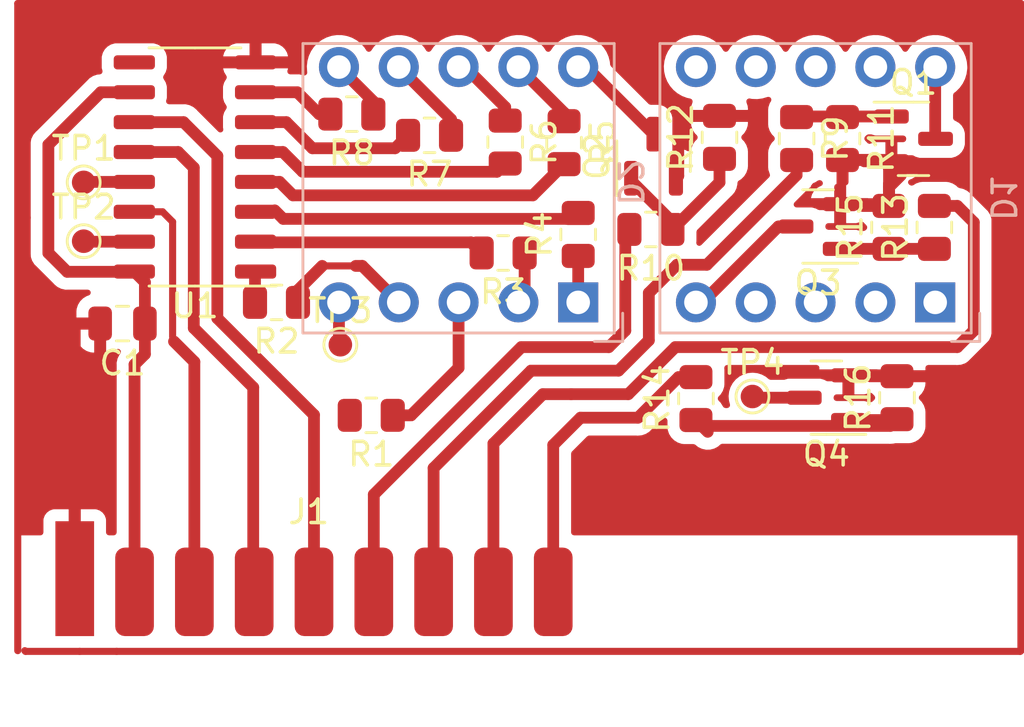
<source format=kicad_pcb>
(kicad_pcb (version 20211014) (generator pcbnew)
  (layers (0 "F.Cu" signal) (31 "B.Cu" signal) (34 "B.Paste" user) (35 "F.Paste" user) (36 "B.SilkS" user "B.Silkscreen") (37 "F.SilkS" user "F.Silkscreen") (38 "B.Mask" user) (39 "F.Mask" user) (44 "Edge.Cuts" user))
  (net 0 "")
  (net 1 "+5V")
  (net 2 "GNDD")
  (net 3 "/SEG_G")
  (net 4 "/SEG_DP")
  (net 5 "/SEG_A")
  (net 6 "/SEG_F")
  (net 7 "/DIG_CC_1")
  (net 8 "/SEG_D")
  (net 9 "/SEG_E")
  (net 10 "/SEG_C")
  (net 11 "/SEG_B")
  (net 12 "/DIG_CC_0")
  (net 13 "/DIG_CC_3")
  (net 14 "/DIG_CC_2")
  (net 15 "/LED_MOSI_SER")
  (net 16 "/LED_SCK_SRCLK")
  (net 17 "/LED_CS_SRCLR")
  (net 18 "/DIG_0")
  (net 19 "/DIG_1")
  (net 20 "/DIG_2")
  (net 21 "/DIG_3")
  (net 22 "Net-(Q1-Pad1)")
  (net 23 "Net-(Q2-Pad1)")
  (net 24 "Net-(Q3-Pad1)")
  (net 25 "Net-(Q4-Pad1)")
  (net 26 "Net-(R1-Pad2)")
  (net 27 "Net-(R2-Pad2)")
  (net 28 "Net-(R3-Pad2)")
  (net 29 "Net-(R4-Pad2)")
  (net 30 "Net-(R5-Pad2)")
  (net 31 "Net-(R6-Pad2)")
  (net 32 "Net-(R7-Pad2)")
  (net 33 "Net-(R8-Pad2)")
  (net 35 "Net-(TP1-Pad1)")
  (footprint "Package_TO_SOT_SMD:SOT-23" (layer "F.Cu") (at 166.1875 87.775 180)
    (fp_text reference "Q3" (at 0 -2.4) (layer "F.SilkS"))
    (fp_text value "MMBT3904")
    (fp_line (start 0 1.56) (end 0.65 1.56) (layer "F.SilkS") (width 0.12))
    (fp_line (start 0 1.56) (end -0.65 1.56) (layer "F.SilkS") (width 0.12))
    (fp_line (start 0 -1.56) (end 0.65 -1.56) (layer "F.SilkS") (width 0.12))
    (fp_line (start 0 -1.56) (end -1.675 -1.56) (layer "F.SilkS") (width 0.12))
    (pad "1" smd roundrect (at -0.9375 -0.95 180) (size 1.475 0.6) (layers "F.Cu" "F.Paste" "F.Mask") (net 24 "Net-(Q3-Pad1)"))
    (pad "2" smd roundrect (at -0.9375 0.95 180) (size 1.475 0.6) (layers "F.Cu" "F.Paste" "F.Mask") (net 2 "GNDD"))
    (pad "3" smd roundrect (at 0.9375 0 180) (size 1.475 0.6) (layers "F.Cu" "F.Paste" "F.Mask") (net 7 "/DIG_CC_1"))
  )
  (footprint "Resistor_SMD:R_0805_2012Metric" (layer "F.Cu") (at 159.0875 87.9 180)
    (fp_text reference "R10" (at 0 -1.65) (layer "F.SilkS"))
    (fp_text value "R")
    (fp_line (start -0.227064 0.735) (end 0.227064 0.735) (layer "F.SilkS") (width 0.12))
    (fp_line (start -0.227064 -0.735) (end 0.227064 -0.735) (layer "F.SilkS") (width 0.12))
    (pad "1" smd roundrect (at -0.9125 0 180) (size 1.025 1.4) (layers "F.Cu" "F.Paste" "F.Mask") (roundrect_rratio 0.243902439) (net 23 "Net-(Q2-Pad1)"))
    (pad "2" smd roundrect (at 0.9125 0 180) (size 1.025 1.4) (layers "F.Cu" "F.Paste" "F.Mask") (roundrect_rratio 0.243902439) (net 20 "/DIG_2"))
  )
  (footprint "Package_TO_SOT_SMD:SOT-23" (layer "F.Cu") (at 170.2375 84.05)
    (fp_text reference "Q1" (at 0 -2.4) (layer "F.SilkS"))
    (fp_text value "MMBT3904")
    (fp_line (start 0 1.56) (end -0.65 1.56) (layer "F.SilkS") (width 0.12))
    (fp_line (start 0 -1.56) (end 0.65 -1.56) (layer "F.SilkS") (width 0.12))
    (fp_line (start 0 -1.56) (end -1.675 -1.56) (layer "F.SilkS") (width 0.12))
    (fp_line (start 0 1.56) (end 0.65 1.56) (layer "F.SilkS") (width 0.12))
    (pad "1" smd roundrect (at -0.9375 -0.95) (size 1.475 0.6) (layers "F.Cu" "F.Paste" "F.Mask") (net 22 "Net-(Q1-Pad1)"))
    (pad "2" smd roundrect (at -0.9375 0.95) (size 1.475 0.6) (layers "F.Cu" "F.Paste" "F.Mask") (net 2 "GNDD"))
    (pad "3" smd roundrect (at 0.9375 0) (size 1.475 0.6) (layers "F.Cu" "F.Paste" "F.Mask") (net 12 "/DIG_CC_0"))
  )
  (footprint "Package_TO_SOT_SMD:SOT-23" (layer "F.Cu") (at 159.2 84.7875 90)
    (fp_text reference "Q2" (at 0 -2.4 90) (layer "F.SilkS"))
    (fp_text value "MMBT3904")
    (fp_line (start 0 -1.56) (end 0.65 -1.56) (layer "F.SilkS") (width 0.12))
    (fp_line (start 0 1.56) (end 0.65 1.56) (layer "F.SilkS") (width 0.12))
    (fp_line (start 0 1.56) (end -0.65 1.56) (layer "F.SilkS") (width 0.12))
    (fp_line (start 0 -1.56) (end -1.675 -1.56) (layer "F.SilkS") (width 0.12))
    (pad "1" smd roundrect (at -0.9375 -0.95 90) (size 1.475 0.6) (layers "F.Cu" "F.Paste" "F.Mask") (net 23 "Net-(Q2-Pad1)"))
    (pad "2" smd roundrect (at -0.9375 0.95 90) (size 1.475 0.6) (layers "F.Cu" "F.Paste" "F.Mask") (net 2 "GNDD"))
    (pad "3" smd roundrect (at 0.9375 0 90) (size 1.475 0.6) (layers "F.Cu" "F.Paste" "F.Mask") (net 14 "/DIG_CC_2"))
  )
  (footprint "myLibrary:my_9pin_SMD_conn" (layer "F.Cu") (at 144.78 103.3)
    (fp_text reference "J1" (at -0.22 -3.4 unlocked) (layer "F.SilkS"))
    (fp_text value "LED_CONN")
    (pad "1" smd rect (at -10.16 -0.5595) (size 1.643 4.881) (layers "F.Cu" "F.Paste" "F.Mask") (net 2 "GNDD"))
    (pad "2" smd roundrect (at -7.62 0) (size 1.643 3.762) (layers "F.Cu" "F.Paste" "F.Mask") (net 1 "+5V"))
    (pad "3" smd roundrect (at -5.08 0) (size 1.643 3.762) (layers "F.Cu" "F.Paste" "F.Mask") (net 15 "/LED_MOSI_SER"))
    (pad "4" smd roundrect (at -2.54 0) (size 1.643 3.762) (layers "F.Cu" "F.Paste" "F.Mask") (net 17 "/LED_CS_SRCLR"))
    (pad "5" smd roundrect (at 0 0) (size 1.643 3.762) (layers "F.Cu" "F.Paste" "F.Mask") (net 16 "/LED_SCK_SRCLK"))
    (pad "6" smd roundrect (at 2.54 0) (size 1.643 3.762) (layers "F.Cu" "F.Paste" "F.Mask") (net 20 "/DIG_2"))
    (pad "7" smd roundrect (at 5.08 0) (size 1.643 3.762) (layers "F.Cu" "F.Paste" "F.Mask") (net 18 "/DIG_0"))
    (pad "8" smd roundrect (at 7.62 0) (size 1.643 3.762) (layers "F.Cu" "F.Paste" "F.Mask") (net 19 "/DIG_1"))
    (pad "9" smd roundrect (at 10.16 0) (size 1.643 3.762) (layers "F.Cu" "F.Paste" "F.Mask") (net 21 "/DIG_3"))
  )
  (footprint "Resistor_SMD:R_0805_2012Metric" (layer "F.Cu") (at 162 83.9875 90)
    (fp_text reference "R12" (at 0 -1.65 90) (layer "F.SilkS"))
    (fp_text value "R")
    (fp_line (start -0.227064 0.735) (end 0.227064 0.735) (layer "F.SilkS") (width 0.12))
    (fp_line (start -0.227064 -0.735) (end 0.227064 -0.735) (layer "F.SilkS") (width 0.12))
    (pad "1" smd roundrect (at -0.9125 0 90) (size 1.025 1.4) (layers "F.Cu" "F.Paste" "F.Mask") (roundrect_rratio 0.243902439) (net 23 "Net-(Q2-Pad1)"))
    (pad "2" smd roundrect (at 0.9125 0 90) (size 1.025 1.4) (layers "F.Cu" "F.Paste" "F.Mask") (roundrect_rratio 0.243902439) (net 2 "GNDD"))
  )
  (footprint "TestPoint:TestPoint_Pad_D1.0mm" (layer "F.Cu") (at 145.9 92.8)
    (fp_text reference "TP3" (at 0 -1.448) (layer "F.SilkS"))
    (fp_text value "TestPoint")
    (fp_circle (center 0 0) (end 0 0.7) (layer "F.SilkS") (width 0.12) (fill none))
    (pad "1" smd circle (at 0 0) (size 1 1) (layers "F.Cu" "F.Mask") (net 13 "/DIG_CC_3"))
  )
  (footprint "Resistor_SMD:R_0805_2012Metric" (layer "F.Cu") (at 146.3875 83 180)
    (fp_text reference "R8" (at 0 -1.65) (layer "F.SilkS"))
    (fp_text value "R")
    (fp_line (start -0.227064 0.735) (end 0.227064 0.735) (layer "F.SilkS") (width 0.12))
    (fp_line (start -0.227064 -0.735) (end 0.227064 -0.735) (layer "F.SilkS") (width 0.12))
    (pad "1" smd roundrect (at -0.9125 0 180) (size 1.025 1.4) (layers "F.Cu" "F.Paste" "F.Mask") (roundrect_rratio 0.243902439) (net 8 "/SEG_D"))
    (pad "2" smd roundrect (at 0.9125 0 180) (size 1.025 1.4) (layers "F.Cu" "F.Paste" "F.Mask") (roundrect_rratio 0.243902439) (net 33 "Net-(R8-Pad2)"))
  )
  (footprint "TestPoint:TestPoint_Pad_D1.0mm" (layer "F.Cu") (at 135 88.4)
    (fp_text reference "TP2" (at 0 -1.448) (layer "F.SilkS"))
    (fp_text value "TestPoint")
    (fp_circle (center 0 0) (end 0 0.7) (layer "F.SilkS") (width 0.12) (fill none))
    (pad "1" smd circle (at 0 0) (size 1 1) (layers "F.Cu" "F.Mask") (net 26 "Net-(R1-Pad2)"))
  )
  (footprint "Resistor_SMD:R_0805_2012Metric" (layer "F.Cu") (at 169.2 87.8125 90)
    (fp_text reference "R15" (at 0 -1.65 90) (layer "F.SilkS"))
    (fp_text value "R")
    (fp_line (start -0.227064 -0.735) (end 0.227064 -0.735) (layer "F.SilkS") (width 0.12))
    (fp_line (start -0.227064 0.735) (end 0.227064 0.735) (layer "F.SilkS") (width 0.12))
    (pad "1" smd roundrect (at -0.9125 0 90) (size 1.025 1.4) (layers "F.Cu" "F.Paste" "F.Mask") (roundrect_rratio 0.243902439) (net 24 "Net-(Q3-Pad1)"))
    (pad "2" smd roundrect (at 0.9125 0 90) (size 1.025 1.4) (layers "F.Cu" "F.Paste" "F.Mask") (roundrect_rratio 0.243902439) (net 2 "GNDD"))
  )
  (footprint "Capacitor_SMD:C_0805_2012Metric" (layer "F.Cu") (at 136.65 91.9 180)
    (fp_text reference "C1" (at 0 -1.68) (layer "F.SilkS"))
    (fp_text value "100n")
    (fp_line (start -0.261252 0.735) (end 0.261252 0.735) (layer "F.SilkS") (width 0.12))
    (fp_line (start -0.261252 -0.735) (end 0.261252 -0.735) (layer "F.SilkS") (width 0.12))
    (pad "1" smd roundrect (at -0.95 0 180) (size 1 1.45) (layers "F.Cu" "F.Paste" "F.Mask") (net 1 "+5V"))
    (pad "2" smd roundrect (at 0.95 0 180) (size 1 1.45) (layers "F.Cu" "F.Paste" "F.Mask") (net 2 "GNDD"))
  )
  (footprint "Resistor_SMD:R_0805_2012Metric" (layer "F.Cu") (at 169.5375 95.05 90)
    (fp_text reference "R16" (at 0 -1.65 90) (layer "F.SilkS"))
    (fp_text value "R")
    (fp_line (start -0.227064 0.735) (end 0.227064 0.735) (layer "F.SilkS") (width 0.12))
    (fp_line (start -0.227064 -0.735) (end 0.227064 -0.735) (layer "F.SilkS") (width 0.12))
    (pad "1" smd roundrect (at -0.9125 0 90) (size 1.025 1.4) (layers "F.Cu" "F.Paste" "F.Mask") (roundrect_rratio 0.243902439) (net 25 "Net-(Q4-Pad1)"))
    (pad "2" smd roundrect (at 0.9125 0 90) (size 1.025 1.4) (layers "F.Cu" "F.Paste" "F.Mask") (roundrect_rratio 0.243902439) (net 2 "GNDD"))
  )
  (footprint "Resistor_SMD:R_0805_2012Metric" (layer "F.Cu") (at 152.9 84.1875 -90)
    (fp_text reference "R6" (at 0 -1.65 90) (layer "F.SilkS"))
    (fp_text value "R")
    (fp_line (start -0.227064 -0.735) (end 0.227064 -0.735) (layer "F.SilkS") (width 0.12))
    (fp_line (start -0.227064 0.735) (end 0.227064 0.735) (layer "F.SilkS") (width 0.12))
    (pad "1" smd roundrect (at -0.9125 0 270) (size 1.025 1.4) (layers "F.Cu" "F.Paste" "F.Mask") (roundrect_rratio 0.243902439) (net 10 "/SEG_C"))
    (pad "2" smd roundrect (at 0.9125 0 270) (size 1.025 1.4) (layers "F.Cu" "F.Paste" "F.Mask") (roundrect_rratio 0.243902439) (net 31 "Net-(R6-Pad2)"))
  )
  (footprint "Resistor_SMD:R_0805_2012Metric" (layer "F.Cu") (at 161 95.0875 90)
    (fp_text reference "R14" (at 0 -1.65 90) (layer "F.SilkS"))
    (fp_text value "R")
    (fp_line (start -0.227064 -0.735) (end 0.227064 -0.735) (layer "F.SilkS") (width 0.12))
    (fp_line (start -0.227064 0.735) (end 0.227064 0.735) (layer "F.SilkS") (width 0.12))
    (pad "1" smd roundrect (at -0.9125 0 90) (size 1.025 1.4) (layers "F.Cu" "F.Paste" "F.Mask") (roundrect_rratio 0.243902439) (net 25 "Net-(Q4-Pad1)"))
    (pad "2" smd roundrect (at 0.9125 0 90) (size 1.025 1.4) (layers "F.Cu" "F.Paste" "F.Mask") (roundrect_rratio 0.243902439) (net 21 "/DIG_3"))
  )
  (footprint "Resistor_SMD:R_0805_2012Metric" (layer "F.Cu") (at 171.125 87.8125 90)
    (fp_text reference "R13" (at 0 -1.65 90) (layer "F.SilkS"))
    (fp_text value "R")
    (fp_line (start -0.227064 -0.735) (end 0.227064 -0.735) (layer "F.SilkS") (width 0.12))
    (fp_line (start -0.227064 0.735) (end 0.227064 0.735) (layer "F.SilkS") (width 0.12))
    (pad "1" smd roundrect (at -0.9125 0 90) (size 1.025 1.4) (layers "F.Cu" "F.Paste" "F.Mask") (roundrect_rratio 0.243902439) (net 24 "Net-(Q3-Pad1)"))
    (pad "2" smd roundrect (at 0.9125 0 90) (size 1.025 1.4) (layers "F.Cu" "F.Paste" "F.Mask") (roundrect_rratio 0.243902439) (net 19 "/DIG_1"))
  )
  (footprint "TestPoint:TestPoint_Pad_D1.0mm" (layer "F.Cu") (at 135 85.9)
    (fp_text reference "TP1" (at 0 -1.448) (layer "F.SilkS"))
    (fp_text value "TestPoint")
    (fp_circle (center 0 0) (end 0 0.7) (layer "F.SilkS") (width 0.12) (fill none))
    (pad "1" smd circle (at 0 0) (size 1 1) (layers "F.Cu" "F.Mask") (net 35 "Net-(TP1-Pad1)"))
  )
  (footprint "Resistor_SMD:R_0805_2012Metric" (layer "F.Cu") (at 147.2125 95.8 180)
    (fp_text reference "R1" (at 0 -1.65) (layer "F.SilkS"))
    (fp_text value "R")
    (fp_line (start -0.227064 -0.735) (end 0.227064 -0.735) (layer "F.SilkS") (width 0.12))
    (fp_line (start -0.227064 0.735) (end 0.227064 0.735) (layer "F.SilkS") (width 0.12))
    (pad "1" smd roundrect (at -0.9125 0 180) (size 1.025 1.4) (layers "F.Cu" "F.Paste" "F.Mask") (roundrect_rratio 0.243902439) (net 5 "/SEG_A"))
    (pad "2" smd roundrect (at 0.9125 0 180) (size 1.025 1.4) (layers "F.Cu" "F.Paste" "F.Mask") (roundrect_rratio 0.243902439) (net 26 "Net-(R1-Pad2)"))
  )
  (footprint "Resistor_SMD:R_0805_2012Metric" (layer "F.Cu") (at 156 88.1125 90)
    (fp_text reference "R4" (at 0 -1.65 90) (layer "F.SilkS"))
    (fp_text value "R")
    (fp_line (start -0.227064 0.735) (end 0.227064 0.735) (layer "F.SilkS") (width 0.12))
    (fp_line (start -0.227064 -0.735) (end 0.227064 -0.735) (layer "F.SilkS") (width 0.12))
    (pad "1" smd roundrect (at -0.9125 0 90) (size 1.025 1.4) (layers "F.Cu" "F.Paste" "F.Mask") (roundrect_rratio 0.243902439) (net 3 "/SEG_G"))
    (pad "2" smd roundrect (at 0.9125 0 90) (size 1.025 1.4) (layers "F.Cu" "F.Paste" "F.Mask") (roundrect_rratio 0.243902439) (net 29 "Net-(R4-Pad2)"))
  )
  (footprint "Resistor_SMD:R_0805_2012Metric" (layer "F.Cu") (at 143.1875 91 180)
    (fp_text reference "R2" (at 0 -1.65) (layer "F.SilkS"))
    (fp_text value "R")
    (fp_line (start -0.227064 -0.735) (end 0.227064 -0.735) (layer "F.SilkS") (width 0.12))
    (fp_line (start -0.227064 0.735) (end 0.227064 0.735) (layer "F.SilkS") (width 0.12))
    (pad "1" smd roundrect (at -0.9125 0 180) (size 1.025 1.4) (layers "F.Cu" "F.Paste" "F.Mask") (roundrect_rratio 0.243902439) (net 6 "/SEG_F"))
    (pad "2" smd roundrect (at 0.9125 0 180) (size 1.025 1.4) (layers "F.Cu" "F.Paste" "F.Mask") (roundrect_rratio 0.243902439) (net 27 "Net-(R2-Pad2)"))
  )
  (footprint "Resistor_SMD:R_0805_2012Metric" (layer "F.Cu") (at 165.275 84.0375 -90)
    (fp_text reference "R9" (at 0 -1.65 90) (layer "F.SilkS"))
    (fp_text value "R")
    (fp_line (start -0.227064 0.735) (end 0.227064 0.735) (layer "F.SilkS") (width 0.12))
    (fp_line (start -0.227064 -0.735) (end 0.227064 -0.735) (layer "F.SilkS") (width 0.12))
    (pad "1" smd roundrect (at -0.9125 0 270) (size 1.025 1.4) (layers "F.Cu" "F.Paste" "F.Mask") (roundrect_rratio 0.243902439) (net 22 "Net-(Q1-Pad1)"))
    (pad "2" smd roundrect (at 0.9125 0 270) (size 1.025 1.4) (layers "F.Cu" "F.Paste" "F.Mask") (roundrect_rratio 0.243902439) (net 18 "/DIG_0"))
  )
  (footprint "Resistor_SMD:R_0805_2012Metric" (layer "F.Cu") (at 149.6875 83.9 180)
    (fp_text reference "R7" (at 0 -1.65) (layer "F.SilkS"))
    (fp_text value "R")
    (fp_line (start -0.227064 0.735) (end 0.227064 0.735) (layer "F.SilkS") (width 0.12))
    (fp_line (start -0.227064 -0.735) (end 0.227064 -0.735) (layer "F.SilkS") (width 0.12))
    (pad "1" smd roundrect (at -0.9125 0 180) (size 1.025 1.4) (layers "F.Cu" "F.Paste" "F.Mask") (roundrect_rratio 0.243902439) (net 9 "/SEG_E"))
    (pad "2" smd roundrect (at 0.9125 0 180) (size 1.025 1.4) (layers "F.Cu" "F.Paste" "F.Mask") (roundrect_rratio 0.243902439) (net 32 "Net-(R7-Pad2)"))
  )
  (footprint "Package_SO:SO-16_3.9x9.9mm_P1.27mm" (layer "F.Cu") (at 139.725 85.245 180)
    (fp_text reference "U1" (at 0 -5.9) (layer "F.SilkS"))
    (fp_text value "74HC595")
    (fp_line (start 0 -5.06) (end -3.45 -5.06) (layer "F.SilkS") (width 0.12))
    (fp_line (start 0 5.06) (end -1.95 5.06) (layer "F.SilkS") (width 0.12))
    (fp_line (start 0 -5.06) (end 1.95 -5.06) (layer "F.SilkS") (width 0.12))
    (fp_line (start 0 5.06) (end 1.95 5.06) (layer "F.SilkS") (width 0.12))
    (pad "1" smd roundrect (at -2.575 -4.445 180) (size 1.75 0.6) (layers "F.Cu" "F.Paste" "F.Mask") (net 27 "Net-(R2-Pad2)"))
    (pad "2" smd roundrect (at -2.575 -3.175 180) (size 1.75 0.6) (layers "F.Cu" "F.Paste" "F.Mask") (net 28 "Net-(R3-Pad2)"))
    (pad "3" smd roundrect (at -2.575 -1.905 180) (size 1.75 0.6) (layers "F.Cu" "F.Paste" "F.Mask") (net 29 "Net-(R4-Pad2)"))
    (pad "4" smd roundrect (at -2.575 -0.635 180) (size 1.75 0.6) (layers "F.Cu" "F.Paste" "F.Mask") (net 30 "Net-(R5-Pad2)"))
    (pad "5" smd roundrect (at -2.575 0.635 180) (size 1.75 0.6) (layers "F.Cu" "F.Paste" "F.Mask") (net 31 "Net-(R6-Pad2)"))
    (pad "6" smd roundrect (at -2.575 1.905 180) (size 1.75 0.6) (layers "F.Cu" "F.Paste" "F.Mask") (net 32 "Net-(R7-Pad2)"))
    (pad "7" smd roundrect (at -2.575 3.175 180) (size 1.75 0.6) (layers "F.Cu" "F.Paste" "F.Mask") (net 33 "Net-(R8-Pad2)"))
    (pad "8" smd roundrect (at -2.575 4.445 180) (size 1.75 0.6) (layers "F.Cu" "F.Paste" "F.Mask") (net 2 "GNDD"))
    (pad "9" smd roundrect (at 2.575 4.445 180) (size 1.75 0.6) (layers "F.Cu" "F.Paste" "F.Mask"))
    (pad "10" smd roundrect (at 2.575 3.175 180) (size 1.75 0.6) (layers "F.Cu" "F.Paste" "F.Mask") (net 1 "+5V"))
    (pad "11" smd roundrect (at 2.575 1.905 180) (size 1.75 0.6) (layers "F.Cu" "F.Paste" "F.Mask") (net 16 "/LED_SCK_SRCLK"))
    (pad "12" smd roundrect (at 2.575 0.635 180) (size 1.75 0.6) (layers "F.Cu" "F.Paste" "F.Mask") (net 17 "/LED_CS_SRCLR"))
    (pad "13" smd roundrect (at 2.575 -0.635 180) (size 1.75 0.6) (layers "F.Cu" "F.Paste" "F.Mask") (net 35 "Net-(TP1-Pad1)"))
    (pad "14" smd roundrect (at 2.575 -1.905 180) (size 1.75 0.6) (layers "F.Cu" "F.Paste" "F.Mask") (net 15 "/LED_MOSI_SER"))
    (pad "15" smd roundrect (at 2.575 -3.175 180) (size 1.75 0.6) (layers "F.Cu" "F.Paste" "F.Mask") (net 26 "Net-(R1-Pad2)"))
    (pad "16" smd roundrect (at 2.575 -4.445 180) (size 1.75 0.6) (layers "F.Cu" "F.Paste" "F.Mask") (net 1 "+5V"))
  )
  (footprint "Resistor_SMD:R_0805_2012Metric" (layer "F.Cu") (at 155.4 84.2125 -90)
    (fp_text reference "R5" (at 0 -1.65 90) (layer "F.SilkS"))
    (fp_text value "R")
    (fp_line (start -0.227064 -0.735) (end 0.227064 -0.735) (layer "F.SilkS") (width 0.12))
    (fp_line (start -0.227064 0.735) (end 0.227064 0.735) (layer "F.SilkS") (width 0.12))
    (pad "1" smd roundrect (at -0.9125 0 270) (size 1.025 1.4) (layers "F.Cu" "F.Paste" "F.Mask") (roundrect_rratio 0.243902439) (net 11 "/SEG_B"))
    (pad "2" smd roundrect (at 0.9125 0 270) (size 1.025 1.4) (layers "F.Cu" "F.Paste" "F.Mask") (roundrect_rratio 0.243902439) (net 30 "Net-(R5-Pad2)"))
  )
  (footprint "Package_TO_SOT_SMD:SOT-23" (layer "F.Cu") (at 166.5375 95.05 180)
    (fp_text reference "Q4" (at 0 -2.4) (layer "F.SilkS"))
    (fp_text value "MMBT3904")
    (fp_line (start 0 -1.56) (end -1.675 -1.56) (layer "F.SilkS") (width 0.12))
    (fp_line (start 0 -1.56) (end 0.65 -1.56) (layer "F.SilkS") (width 0.12))
    (fp_line (start 0 1.56) (end 0.65 1.56) (layer "F.SilkS") (width 0.12))
    (fp_line (start 0 1.56) (end -0.65 1.56) (layer "F.SilkS") (width 0.12))
    (pad "1" smd roundrect (at -0.9375 -0.95 180) (size 1.475 0.6) (layers "F.Cu" "F.Paste" "F.Mask") (net 25 "Net-(Q4-Pad1)"))
    (pad "2" smd roundrect (at -0.9375 0.95 180) (size 1.475 0.6) (layers "F.Cu" "F.Paste" "F.Mask") (net 2 "GNDD"))
    (pad "3" smd roundrect (at 0.9375 0 180) (size 1.475 0.6) (layers "F.Cu" "F.Paste" "F.Mask") (net 13 "/DIG_CC_3"))
  )
  (footprint "Resistor_SMD:R_0805_2012Metric" (layer "F.Cu") (at 167.225 84.0375 -90)
    (fp_text reference "R11" (at 0 -1.65 90) (layer "F.SilkS"))
    (fp_text value "R")
    (fp_line (start -0.227064 -0.735) (end 0.227064 -0.735) (layer "F.SilkS") (width 0.12))
    (fp_line (start -0.227064 0.735) (end 0.227064 0.735) (layer "F.SilkS") (width 0.12))
    (pad "1" smd roundrect (at -0.9125 0 270) (size 1.025 1.4) (layers "F.Cu" "F.Paste" "F.Mask") (roundrect_rratio 0.243902439) (net 22 "Net-(Q1-Pad1)"))
    (pad "2" smd roundrect (at 0.9125 0 270) (size 1.025 1.4) (layers "F.Cu" "F.Paste" "F.Mask") (roundrect_rratio 0.243902439) (net 2 "GNDD"))
  )
  (footprint "TestPoint:TestPoint_Pad_D1.0mm" (layer "F.Cu") (at 163.4 95)
    (fp_text reference "TP4" (at 0 -1.448) (layer "F.SilkS"))
    (fp_text value "TestPoint")
    (fp_circle (center 0 0) (end 0 0.7) (layer "F.SilkS") (width 0.12) (fill none))
    (pad "1" smd circle (at 0 0) (size 1 1) (layers "F.Cu" "F.Mask") (net 13 "/DIG_CC_3"))
  )
  (footprint "Resistor_SMD:R_0805_2012Metric" (layer "F.Cu") (at 152.8125 88.9 180)
    (fp_text reference "R3" (at 0 -1.65) (layer "F.SilkS"))
    (fp_text value "R")
    (fp_line (start -0.227064 0.735) (end 0.227064 0.735) (layer "F.SilkS") (width 0.12))
    (fp_line (start -0.227064 -0.735) (end 0.227064 -0.735) (layer "F.SilkS") (width 0.12))
    (pad "1" smd roundrect (at -0.9125 0 180) (size 1.025 1.4) (layers "F.Cu" "F.Paste" "F.Mask") (roundrect_rratio 0.243902439) (net 4 "/SEG_DP"))
    (pad "2" smd roundrect (at 0.9125 0 180) (size 1.025 1.4) (layers "F.Cu" "F.Paste" "F.Mask") (roundrect_rratio 0.243902439) (net 28 "Net-(R3-Pad2)"))
  )
  (footprint "myLibrary:my_2seg_cc" (layer "B.Cu") (at 166.16 87 90)
    (fp_text reference "D1" (at 0.4475 7.87 270 unlocked) (layer "B.SilkS") (effects (justify mirror)))
    (fp_text value "my_2seg_cc")
    (fp_line (start 7 6.53) (end -5.3 6.53) (layer "B.SilkS") (width 0.12))
    (fp_line (start 7 -6.69) (end 7 6.53) (layer "B.SilkS") (width 0.12))
    (fp_line (start -5.3 6.53) (end -5.3 -6.69) (layer "B.SilkS") (width 0.12))
    (fp_line (start -5.3 -6.69) (end 7 -6.69) (layer "B.SilkS") (width 0.12))
    (fp_line (start -5.66 6.89) (end -4.46 6.89) (layer "B.SilkS") (width 0.12))
    (fp_line (start -5.66 5.69) (end -5.66 6.89) (layer "B.SilkS") (width 0.12))
    (pad "1" thru_hole rect (at -4 5 90) (size 1.7 1.7) (drill 1) (layers *.Cu *.Mask) (net 3 "/SEG_G"))
    (pad "2" thru_hole circle (at -4 2.46 90) (size 1.7 1.7) (drill 1) (layers *.Cu *.Mask) (net 4 "/SEG_DP"))
    (pad "3" thru_hole circle (at -4 -0.08 90) (size 1.7 1.7) (drill 1) (layers *.Cu *.Mask) (net 5 "/SEG_A"))
    (pad "4" thru_hole circle (at -4 -2.62 90) (size 1.7 1.7) (drill 1) (layers *.Cu *.Mask) (net 6 "/SEG_F"))
    (pad "5" thru_hole circle (at -4 -5.16 90) (size 1.7 1.7) (drill 1) (layers *.Cu *.Mask) (net 7 "/DIG_CC_1"))
    (pad "6" thru_hole circle (at 6 -5.16 90) (size 1.7 1.7) (drill 1) (layers *.Cu *.Mask) (net 8 "/SEG_D"))
    (pad "7" thru_hole circle (at 6 -2.62 90) (size 1.7 1.7) (drill 1) (layers *.Cu *.Mask) (net 9 "/SEG_E"))
    (pad "8" thru_hole circle (at 6 -0.08 90) (size 1.7 1.7) (drill 1) (layers *.Cu *.Mask) (net 10 "/SEG_C"))
    (pad "9" thru_hole circle (at 6 2.46 90) (size 1.7 1.7) (drill 1) (layers *.Cu *.Mask) (net 11 "/SEG_B"))
    (pad "10" thru_hole circle (at 6 5 90) (size 1.7 1.7) (drill 1) (layers *.Cu *.Mask) (net 12 "/DIG_CC_0"))
  )
  (footprint "myLibrary:my_2seg_cc" (layer "B.Cu") (at 151 87 90)
    (fp_text reference "D2" (at 1.1 7.2 270 unlocked) (layer "B.SilkS") (effects (justify mirror)))
    (fp_text value "my_2seg_cc")
    (fp_line (start -5.3 6.53) (end -5.3 -6.69) (layer "B.SilkS") (width 0.12))
    (fp_line (start -5.66 6.89) (end -4.46 6.89) (layer "B.SilkS") (width 0.12))
    (fp_line (start -5.66 5.69) (end -5.66 6.89) (layer "B.SilkS") (width 0.12))
    (fp_line (start 7 -6.69) (end 7 6.53) (layer "B.SilkS") (width 0.12))
    (fp_line (start -5.3 -6.69) (end 7 -6.69) (layer "B.SilkS") (width 0.12))
    (fp_line (start 7 6.53) (end -5.3 6.53) (layer "B.SilkS") (width 0.12))
    (pad "1" thru_hole rect (at -4 5 90) (size 1.7 1.7) (drill 1) (layers *.Cu *.Mask) (net 3 "/SEG_G"))
    (pad "2" thru_hole circle (at -4 2.46 90) (size 1.7 1.7) (drill 1) (layers *.Cu *.Mask) (net 4 "/SEG_DP"))
    (pad "3" thru_hole circle (at -4 -0.08 90) (size 1.7 1.7) (drill 1) (layers *.Cu *.Mask) (net 5 "/SEG_A"))
    (pad "4" thru_hole circle (at -4 -2.62 90) (size 1.7 1.7) (drill 1) (layers *.Cu *.Mask) (net 6 "/SEG_F"))
    (pad "5" thru_hole circle (at -4 -5.16 90) (size 1.7 1.7) (drill 1) (layers *.Cu *.Mask) (net 13 "/DIG_CC_3"))
    (pad "6" thru_hole circle (at 6 -5.16 90) (size 1.7 1.7) (drill 1) (layers *.Cu *.Mask) (net 8 "/SEG_D"))
    (pad "7" thru_hole circle (at 6 -2.62 90) (size 1.7 1.7) (drill 1) (layers *.Cu *.Mask) (net 9 "/SEG_E"))
    (pad "8" thru_hole circle (at 6 -0.08 90) (size 1.7 1.7) (drill 1) (layers *.Cu *.Mask) (net 10 "/SEG_C"))
    (pad "9" thru_hole circle (at 6 2.46 90) (size 1.7 1.7) (drill 1) (layers *.Cu *.Mask) (net 11 "/SEG_B"))
    (pad "10" thru_hole circle (at 6 5 90) (size 1.7 1.7) (drill 1) (layers *.Cu *.Mask) (net 14 "/DIG_CC_2"))
  )
  (segment (start 137.6 93.2) (end 137.6 91.9) (width 0.5) (layer "F.Cu") (net 1))
  (segment (start 137.6 91.9) (end 137.6 90.14) (width 0.5) (layer "F.Cu") (net 1))
  (segment (start 137.16 93.64) (end 137.6 93.2) (width 0.5) (layer "F.Cu") (net 1))
  (segment (start 135.73 82.07) (end 133.5 84.3) (width 0.5) (layer "F.Cu") (net 1))
  (segment (start 137.6 90.14) (end 137.15 89.69) (width 0.5) (layer "F.Cu") (net 1))
  (segment (start 137.14 89.7) (end 137.15 89.69) (width 0.5) (layer "F.Cu") (net 1))
  (segment (start 134.3 89.7) (end 137.14 89.7) (width 0.5) (layer "F.Cu") (net 1))
  (segment (start 137.15 82.07) (end 135.73 82.07) (width 0.5) (layer "F.Cu") (net 1))
  (segment (start 133.5 84.3) (end 133.5 88.9) (width 0.5) (layer "F.Cu") (net 1))
  (segment (start 137.16 103.3) (end 137.16 93.64) (width 0.5) (layer "F.Cu") (net 1))
  (segment (start 133.5 88.9) (end 134.3 89.7) (width 0.5) (layer "F.Cu") (net 1))
  (segment (start 173.79952 92.614014) (end 173.79952 85.10048) (width 0.5) (layer "F.Cu") (net 2))
  (segment (start 159.5 78.9) (end 158.8 78.9) (width 0.5) (layer "F.Cu") (net 2))
  (segment (start 167.475 94.1) (end 169.5 94.1) (width 0.5) (layer "F.Cu") (net 2))
  (segment (start 169.2 86.9) (end 169.2 85.3) (width 0.5) (layer "F.Cu") (net 2))
  (segment (start 173.79952 85.10048) (end 173.79952 80.39952) (width 0.5) (layer "F.Cu") (net 2))
  (segment (start 134.62 92.12) (end 134.4 91.9) (width 0.5) (layer "F.Cu") (net 2))
  (segment (start 158.8 78.9) (end 158.4 78.9) (width 0.5) (layer "F.Cu") (net 2))
  (segment (start 169.25 84.95) (end 169.3 85) (width 0.5) (layer "F.Cu") (net 2))
  (segment (start 174.8 78.3) (end 171.6 78.3) (width 0.3) (layer "F.Cu") (net 2))
  (segment (start 172.3 78.9) (end 159.5 78.9) (width 0.5) (layer "F.Cu") (net 2))
  (segment (start 158.4 78.9) (end 143.5 78.9) (width 0.5) (layer "F.Cu") (net 2))
  (segment (start 134.83052 105.83052) (end 136.4 105.83052) (width 0.3) (layer "F.Cu") (net 2))
  (segment (start 167.225 84.95) (end 169.25 84.95) (width 0.5) (layer "F.Cu") (net 2))
  (segment (start 174.8 81.2) (end 174.8 78.3) (width 0.3) (layer "F.Cu") (net 2))
  (segment (start 134.62 102.7405) (end 134.62 92.12) (width 0.5) (layer "F.Cu") (net 2))
  (segment (start 143.5 78.9) (end 142.4 78.9) (width 0.5) (layer "F.Cu") (net 2))
  (segment (start 171.6 78.3) (end 132.2 78.3) (width 0.3) (layer "F.Cu") (net 2))
  (segment (start 162 83.075) (end 160.434613 83.075) (width 0.5) (layer "F.Cu") (net 2))
  (segment (start 167.125 86.825) (end 169.125 86.825) (width 0.5) (layer "F.Cu") (net 2))
  (segment (start 132.2 78.3) (end 132.2 105.8) (width 0.3) (layer "F.Cu") (net 2))
  (segment (start 132.53052 105.83052) (end 132.5 105.8) (width 0.3) (layer "F.Cu") (net 2))
  (segment (start 158.4 81.040387) (end 160.24952 82.889907) (width 0.5) (layer "F.Cu") (net 2))
  (segment (start 158.4 78.9) (end 158.4 81.040387) (width 0.5) (layer "F.Cu") (net 2))
  (segment (start 134.83052 105.83052) (end 132.53052 105.83052) (width 0.3) (layer "F.Cu") (net 2))
  (segment (start 169.2 86.9) (end 169.2 86.1) (width 0.5) (layer "F.Cu") (net 2))
  (segment (start 169.5 94.1) (end 169.5375 94.1375) (width 0.5) (layer "F.Cu") (net 2))
  (segment (start 142.3 80.8) (end 142.3 79) (width 0.5) (layer "F.Cu") (net 2))
  (segment (start 174.76948 105.83052) (end 174.8 105.8) (width 0.3) (layer "F.Cu") (net 2))
  (segment (start 160.24952 85.62548) (end 160.24952 82.889907) (width 0.5) (layer "F.Cu") (net 2))
  (segment (start 173.79952 92.614014) (end 172.276034 94.1375) (width 0.5) (layer "F.Cu") (net 2))
  (segment (start 169.2 85.3) (end 173.6 85.3) (width 0.5) (layer "F.Cu") (net 2))
  (segment (start 135.3 78.9) (end 142.4 78.9) (width 0.5) (layer "F.Cu") (net 2))
  (segment (start 169.2 85.3) (end 169.2 85.1) (width 0.5) (layer "F.Cu") (net 2))
  (segment (start 169.2 85.1) (end 169.3 85) (width 0.5) (layer "F.Cu") (net 2))
  (segment (start 160.15 85.725) (end 160.24952 85.62548) (width 0.5) (layer "F.Cu") (net 2))
  (segment (start 174.8 105.8) (end 174.8 81.2) (width 0.3) (layer "F.Cu") (net 2))
  (segment (start 132.50048 90.00048) (end 132.500481 87.4) (width 0.5) (layer "F.Cu") (net 2))
  (segment (start 173.6 85.3) (end 173.79952 85.10048) (width 0.5) (layer "F.Cu") (net 2))
  (segment (start 169.2 86.1) (end 169.7 85.6) (width 0.5) (layer "F.Cu") (net 2))
  (segment (start 142.3 79) (end 142.4 78.9) (width 0.5) (layer "F.Cu") (net 2))
  (segment (start 169.5375 94.1375) (end 172.276034 94.1375) (width 0.5) (layer "F.Cu") (net 2))
  (segment (start 136.4 105.83052) (end 174.76948 105.83052) (width 0.3) (layer "F.Cu") (net 2))
  (segment (start 132.500481 87.4) (end 132.500481 81.699519) (width 0.5) (layer "F.Cu") (net 2))
  (segment (start 134.4 91.9) (end 132.50048 90.00048) (width 0.5) (layer "F.Cu") (net 2))
  (segment (start 132.500481 81.699519) (end 135.3 78.9) (width 0.5) (layer "F.Cu") (net 2))
  (segment (start 173.79952 80.39952) (end 172.3 78.9) (width 0.5) (layer "F.Cu") (net 2))
  (segment (start 135.7 91.9) (end 134.4 91.9) (width 0.5) (layer "F.Cu") (net 2))
  (segment (start 169.125 86.825) (end 169.2 86.9) (width 0.5) (layer "F.Cu") (net 2))
  (segment (start 156 89.025) (end 156 91) (width 0.5) (layer "F.Cu") (net 3))
  (segment (start 153.725 90.735) (end 153.46 91) (width 0.5) (layer "F.Cu") (net 4))
  (segment (start 153.725 88.9) (end 153.725 90.735) (width 0.5) (layer "F.Cu") (net 4))
  (segment (start 150.92 93.78) (end 148.9 95.8) (width 0.5) (layer "F.Cu") (net 5))
  (segment (start 148.9 95.8) (end 148.125 95.8) (width 0.5) (layer "F.Cu") (net 5))
  (segment (start 150.92 91) (end 150.92 93.78) (width 0.5) (layer "F.Cu") (net 5))
  (segment (start 146.829519 89.449519) (end 146.55157 89.449519) (width 0.5) (layer "F.Cu") (net 6))
  (segment (start 148.38 91) (end 146.829519 89.449519) (width 0.5) (layer "F.Cu") (net 6))
  (segment (start 144.1 91) (end 144.1 90.477949) (width 0.5) (layer "F.Cu") (net 6))
  (segment (start 145.12843 89.449519) (end 146.55157 89.449519) (width 0.3) (layer "F.Cu") (net 6))
  (segment (start 144.1 90.477949) (end 145.12843 89.449519) (width 0.5) (layer "F.Cu") (net 6))
  (segment (start 165.25 87.775) (end 164.502949 87.775) (width 0.5) (layer "F.Cu") (net 7))
  (segment (start 161 91) (end 161 90.825) (width 0.5) (layer "F.Cu") (net 7))
  (segment (start 164.502949 87.775) (end 161.277949 91) (width 0.5) (layer "F.Cu") (net 7))
  (segment (start 161.277949 91) (end 161 91) (width 0.5) (layer "F.Cu") (net 7))
  (segment (start 145.8 80.96) (end 145.84 81) (width 0.5) (layer "F.Cu") (net 8))
  (segment (start 147.3 83) (end 147.3 82.46) (width 0.5) (layer "F.Cu") (net 8))
  (segment (start 147.3 82.46) (end 145.84 81) (width 0.5) (layer "F.Cu") (net 8))
  (segment (start 150.6 83.9) (end 150.6 83.22) (width 0.5) (layer "F.Cu") (net 9))
  (segment (start 150.6 83.22) (end 148.38 81) (width 0.5) (layer "F.Cu") (net 9))
  (segment (start 148.38 81) (end 148.657949 81) (width 0.5) (layer "F.Cu") (net 9))
  (segment (start 152.9 82.702051) (end 152.9 83.275) (width 0.5) (layer "F.Cu") (net 10))
  (segment (start 151.197949 81) (end 152.9 82.702051) (width 0.5) (layer "F.Cu") (net 10))
  (segment (start 150.92 81) (end 151.197949 81) (width 0.5) (layer "F.Cu") (net 10))
  (segment (start 155.4 82.94) (end 155.4 83.3) (width 0.5) (layer "F.Cu") (net 11))
  (segment (start 153.46 81) (end 155.4 82.94) (width 0.5) (layer "F.Cu") (net 11))
  (segment (start 171.16 84.035) (end 171.175 84.05) (width 0.5) (layer "F.Cu") (net 12))
  (segment (start 171.16 81) (end 171.16 84.035) (width 0.5) (layer "F.Cu") (net 12))
  (segment (start 165.6 95.05) (end 163.45 95.05) (width 0.5) (layer "F.Cu") (net 13))
  (segment (start 145.84 92.74) (end 145.9 92.8) (width 0.5) (layer "F.Cu") (net 13))
  (segment (start 163.45 95.05) (end 163.4 95) (width 0.5) (layer "F.Cu") (net 13))
  (segment (start 145.84 91) (end 145.84 92.74) (width 0.5) (layer "F.Cu") (net 13))
  (segment (start 159.2 83.85) (end 159.2 83.8) (width 0.5) (layer "F.Cu") (net 14))
  (segment (start 156.35 81) (end 159.2 83.85) (width 0.5) (layer "F.Cu") (net 14))
  (segment (start 156 81) (end 156.35 81) (width 0.5) (layer "F.Cu") (net 14))
  (segment (start 139.7 103.3) (end 139.7 93.527068) (width 0.5) (layer "F.Cu") (net 15))
  (segment (start 138.35 87.15) (end 138.77644 87.57644) (width 0.3) (layer "F.Cu") (net 15))
  (segment (start 138.77644 87.57644) (end 138.77644 92.462088) (width 0.3) (layer "F.Cu") (net 15))
  (segment (start 139.7 93.527068) (end 138.836466 92.663534) (width 0.5) (layer "F.Cu") (net 15))
  (segment (start 137.15 87.15) (end 138.35 87.15) (width 0.3) (layer "F.Cu") (net 15))
  (segment (start 140.67548 84.77548) (end 140.67548 91.67548) (width 0.5) (layer "F.Cu") (net 16))
  (segment (start 139.24 83.34) (end 140.67548 84.77548) (width 0.5) (layer "F.Cu") (net 16))
  (segment (start 144.78 95.78) (end 144.78 103.3) (width 0.5) (layer "F.Cu") (net 16))
  (segment (start 137.15 83.34) (end 139.24 83.34) (width 0.5) (layer "F.Cu") (net 16))
  (segment (start 140.67548 91.67548) (end 143.19952 94.19952) (width 0.5) (layer "F.Cu") (net 16))
  (segment (start 143.19952 94.19952) (end 144.78 95.78) (width 0.5) (layer "F.Cu") (net 16))
  (segment (start 137.15 84.61) (end 139.01 84.61) (width 0.5) (layer "F.Cu") (net 17))
  (segment (start 139.01 84.61) (end 139.67596 85.27596) (width 0.5) (layer "F.Cu") (net 17))
  (segment (start 139.67596 92.089494) (end 142.2 94.613534) (width 0.5) (layer "F.Cu") (net 17))
  (segment (start 139.67596 85.27596) (end 139.67596 92.089494) (width 0.5) (layer "F.Cu") (net 17))
  (segment (start 142.2 103.26) (end 142.24 103.3) (width 0.5) (layer "F.Cu") (net 17))
  (segment (start 142.2 94.613534) (end 142.2 103.26) (width 0.5) (layer "F.Cu") (net 17))
  (segment (start 158.99952 92.613036) (end 158.999519 90.599512) (width 0.5) (layer "F.Cu") (net 18))
  (segment (start 160.198542 89.400489) (end 161.463926 89.400489) (width 0.5) (layer "F.Cu") (net 18))
  (segment (start 165.275 85.589415) (end 165.275 84.95) (width 0.5) (layer "F.Cu") (net 18))
  (segment (start 158.999519 90.599512) (end 160.198542 89.400489) (width 0.5) (layer "F.Cu") (net 18))
  (segment (start 161.463926 89.400489) (end 165.275 85.589415) (width 0.5) (layer "F.Cu") (net 18))
  (segment (start 149.86 98.04) (end 154 93.9) (width 0.5) (layer "F.Cu") (net 18))
  (segment (start 157.712556 93.9) (end 158.99952 92.613036) (width 0.5) (layer "F.Cu") (net 18))
  (segment (start 149.86 103.3) (end 149.86 98.04) (width 0.5) (layer "F.Cu") (net 18))
  (segment (start 154 93.9) (end 157.712556 93.9) (width 0.5) (layer "F.Cu") (net 18))
  (segment (start 172.8 92.2) (end 172.8 87.6) (width 0.5) (layer "F.Cu") (net 19))
  (segment (start 172.8 87.6) (end 172.1 86.9) (width 0.5) (layer "F.Cu") (net 19))
  (segment (start 158.12609 94.9) (end 160.12609 92.9) (width 0.5) (layer "F.Cu") (net 19))
  (segment (start 152.4 103.3) (end 152.4 97) (width 0.5) (layer "F.Cu") (net 19))
  (segment (start 160.12609 92.9) (end 172.1 92.9) (width 0.5) (layer "F.Cu") (net 19))
  (segment (start 152.4 97) (end 154.5 94.9) (width 0.5) (layer "F.Cu") (net 19))
  (segment (start 155.7 94.9) (end 158.12609 94.9) (width 0.5) (layer "F.Cu") (net 19))
  (segment (start 154.5 94.9) (end 155.7 94.9) (width 0.5) (layer "F.Cu") (net 19))
  (segment (start 172.1 92.9) (end 172.8 92.2) (width 0.5) (layer "F.Cu") (net 19))
  (segment (start 172.1 86.9) (end 171.125 86.9) (width 0.5) (layer "F.Cu") (net 19))
  (segment (start 153.585985 92.900481) (end 157.298541 92.900481) (width 0.5) (layer "F.Cu") (net 20))
  (segment (start 147.32 99.166466) (end 153.585985 92.900481) (width 0.5) (layer "F.Cu") (net 20))
  (segment (start 147.32 103.3) (end 147.32 99.166466) (width 0.5) (layer "F.Cu") (net 20))
  (segment (start 158 88.075) (end 158.175 87.9) (width 0.5) (layer "F.Cu") (net 20))
  (segment (start 157.298541 92.900481) (end 158 92.199022) (width 0.5) (layer "F.Cu") (net 20))
  (segment (start 158 92.199022) (end 158 88.075) (width 0.5) (layer "F.Cu") (net 20))
  (segment (start 149.72 96.766466) (end 153.585985 92.900481) (width 0.5) (layer "F.Cu") (net 20))
  (segment (start 154.94 97.06) (end 156.10048 95.89952) (width 0.5) (layer "F.Cu") (net 21))
  (segment (start 154.94 103.3) (end 154.94 97.06) (width 0.5) (layer "F.Cu") (net 21))
  (segment (start 158.540104 95.89952) (end 160.264624 94.175) (width 0.5) (layer "F.Cu") (net 21))
  (segment (start 160.264624 94.175) (end 161 94.175) (width 0.5) (layer "F.Cu") (net 21))
  (segment (start 156.10048 95.89952) (end 158.540104 95.89952) (width 0.5) (layer "F.Cu") (net 21))
  (segment (start 169.3 83.1) (end 165.3 83.1) (width 0.5) (layer "F.Cu") (net 22))
  (segment (start 165.3 83.1) (end 165.275 83.125) (width 0.5) (layer "F.Cu") (net 22))
  (segment (start 162 85.9) (end 160 87.9) (width 0.5) (layer "F.Cu") (net 23))
  (segment (start 162 84.9) (end 162 85.9) (width 0.5) (layer "F.Cu") (net 23))
  (segment (start 160 87.584613) (end 160 87.9) (width 0.5) (layer "F.Cu") (net 23))
  (segment (start 158.25 85.725) (end 158.25 85.834613) (width 0.5) (layer "F.Cu") (net 23))
  (segment (start 158.25 85.834613) (end 160 87.584613) (width 0.5) (layer "F.Cu") (net 23))
  (segment (start 167.125 88.725) (end 171.125 88.725) (width 0.5) (layer "F.Cu") (net 24))
  (segment (start 169.250489 96.249511) (end 169.5375 95.9625) (width 0.5) (layer "F.Cu") (net 25))
  (segment (start 161 96) (end 161.249511 96.249511) (width 0.5) (layer "F.Cu") (net 25))
  (segment (start 167.475 96) (end 169.5 96) (width 0.5) (layer "F.Cu") (net 25))
  (segment (start 169.5 96) (end 169.5375 95.9625) (width 0.5) (layer "F.Cu") (net 25))
  (segment (start 161 96) (end 161.5 96.5) (width 0.5) (layer "F.Cu") (net 25))
  (segment (start 161.249511 96.249511) (end 169.250489 96.249511) (width 0.5) (layer "F.Cu") (net 25))
  (segment (start 137.15 88.42) (end 135.02 88.42) (width 0.5) (layer "F.Cu") (net 26))
  (segment (start 135.02 88.42) (end 135 88.4) (width 0.5) (layer "F.Cu") (net 26))
  (segment (start 142.275 89.715) (end 142.3 89.69) (width 0.5) (layer "F.Cu") (net 27))
  (segment (start 142.275 91.28) (end 142.275 89.715) (width 0.5) (layer "F.Cu") (net 27))
  (segment (start 142.3 88.42) (end 142.329999 88.449999) (width 0.5) (layer "F.Cu") (net 28))
  (segment (start 142.329999 88.449999) (end 151.449999 88.449999) (width 0.5) (layer "F.Cu") (net 28))
  (segment (start 151.449999 88.449999) (end 151.9 88.9) (width 0.5) (layer "F.Cu") (net 28))
  (segment (start 155.74952 87.45048) (end 156 87.2) (width 0.5) (layer "F.Cu") (net 29))
  (segment (start 143.473355 87.450479) (end 155.74952 87.45048) (width 0.5) (layer "F.Cu") (net 29))
  (segment (start 143.111438 87.088562) (end 143.473355 87.450479) (width 0.5) (layer "F.Cu") (net 29))
  (segment (start 154.07404 86.45096) (end 143.88737 86.45096) (width 0.5) (layer "F.Cu") (net 30))
  (segment (start 143.31641 85.88) (end 142.3 85.88) (width 0.5) (layer "F.Cu") (net 30))
  (segment (start 143.88737 86.45096) (end 143.31641 85.88) (width 0.5) (layer "F.Cu") (net 30))
  (segment (start 155.4 85.125) (end 154.07404 86.45096) (width 0.5) (layer "F.Cu") (net 30))
  (segment (start 143.459944 84.61) (end 142.3 84.61) (width 0.5) (layer "F.Cu") (net 31))
  (segment (start 152.9 85.1) (end 152.55096 85.44904) (width 0.5) (layer "F.Cu") (net 31))
  (segment (start 152.55096 85.44904) (end 144.298984 85.44904) (width 0.5) (layer "F.Cu") (net 31))
  (segment (start 144.298984 85.44904) (end 143.459944 84.61) (width 0.5) (layer "F.Cu") (net 31))
  (segment (start 143.603478 83.34) (end 144.712998 84.44952) (width 0.5) (layer "F.Cu") (net 32))
  (segment (start 142.3 83.34) (end 143.603478 83.34) (width 0.5) (layer "F.Cu") (net 32))
  (segment (start 148.22548 84.44952) (end 148.775 83.9) (width 0.5) (layer "F.Cu") (net 32))
  (segment (start 144.712998 84.44952) (end 148.22548 84.44952) (width 0.5) (layer "F.Cu") (net 32))
  (segment (start 145 83) (end 145.075 83) (width 0.5) (layer "F.Cu") (net 33))
  (segment (start 144.07 82.07) (end 145 83) (width 0.5) (layer "F.Cu") (net 33))
  (segment (start 144.07 82.07) (end 142.3 82.07) (width 0.5) (layer "F.Cu") (net 33))
  (segment (start 137.15 85.88) (end 135.02 85.88) (width 0.5) (layer "F.Cu") (net 35))
  (segment (start 135.02 85.88) (end 135 85.9) (width 0.5) (layer "F.Cu") (net 35))
  (zone (net 2) (net_name "GNDD") (layer "F.Cu") (connect_pads (clearance 0.508)) (min_thickness 0.254) (fill yes (thermal_gap 0.508) (thermal_bridge_width 0.508))
    (polygon (pts (xy 174.8 100.9) (xy 132.2 100.9) (xy 132.2 78.3) (xy 174.8 78.3)))
  )
)
</source>
